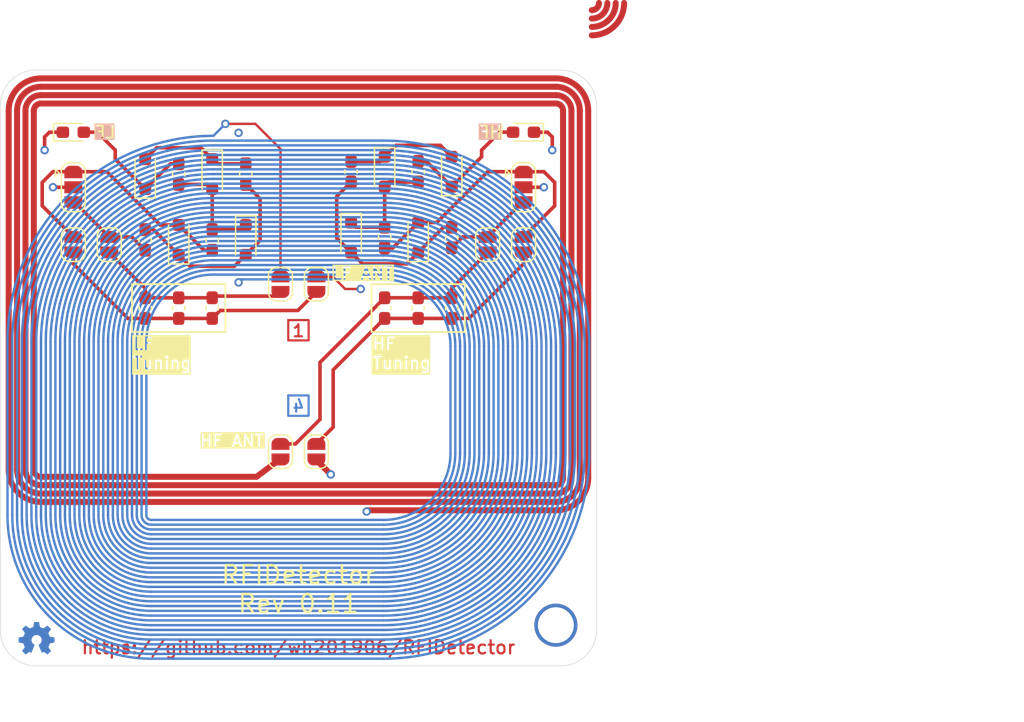
<source format=kicad_pcb>
(kicad_pcb (version 20221018) (generator pcbnew)
  (title_block (title "RFIDetector") (rev "0.11") (company "wh201906"))
  (layers (0 "F.Cu" signal) (1 "In1.Cu" signal) (2 "In2.Cu" signal) (31 "B.Cu" signal) (34 "B.Paste" user) (35 "F.Paste" user) (36 "B.SilkS" user "B.Silkscreen") (37 "F.SilkS" user "F.Silkscreen") (38 "B.Mask" user) (39 "F.Mask" user) (44 "Edge.Cuts" user))
  (net 0 "")
  (net 1 "/125k_load_+")
  (net 2 "/125k_load_-")
  (net 3 "Net-(D1-A)")
  (net 4 "Net-(D3-K)")
  (net 5 "Net-(D4-K)")
  (net 6 "/13.56M_load_+")
  (net 7 "Net-(D10-K)")
  (net 8 "/13.56M_load_-")
  (net 9 "Net-(D10-A)")
  (net 10 "Net-(JP1-B)")
  (net 11 "Net-(JP2-B)")
  (net 12 "Net-(JP5-B)")
  (net 13 "Net-(JP6-B)")
  (net 18 "Net-(D2-K)")
  (net 19 "Net-(D7-K)")
  (net 20 "Net-(D8-K)")
  (net 21 "Net-(D1-K)")
  (net 22 "Net-(D6-K)")
  (footprint "Capacitor_SMD:C_0603_1608Metric_Pad1.08x0.95mm_HandSolder" (layer "F.Cu") (at 122.7 63.5 90)
    (fp_text reference "C5" hide)
    (fp_text value "4.7n")
  )
  (footprint "LED_SMD:LED_0603_1608Metric_Pad1.05x0.95mm_HandSolder" (layer "F.Cu") (at 116.7 48.8)
    (fp_text reference "D1" hide)
    (fp_text value "LED")
  )
  (footprint "Capacitor_SMD:C_0603_1608Metric_Pad1.08x0.95mm_HandSolder" (layer "F.Cu") (at 142.7 63.5 -90)
    (fp_text reference "C14" hide)
    (fp_text value "0")
  )
  (footprint "Capacitor_SMD:C_0603_1608Metric_Pad1.08x0.95mm_HandSolder" (layer "F.Cu") (at 139.9 52.1 90)
    (fp_text reference "C10" hide)
    (fp_text value "10u")
  )
  (footprint "Jumper:SolderJumper-2_P1.3mm_Open_RoundedPad1.0x1.5mm" (layer "F.Cu") (at 134 61.5 90)
    (fp_text reference "JP3" hide)
    (fp_text value "SolderJumper_2_Open")
  )
  (footprint "Capacitor_SMD:C_0603_1608Metric_Pad1.08x0.95mm_HandSolder" (layer "F.Cu") (at 122.7 57.8 90)
    (fp_text reference "C1" hide)
    (fp_text value "47u")
  )
  (footprint "Capacitor_SMD:C_0603_1608Metric_Pad1.08x0.95mm_HandSolder" (layer "F.Cu") (at 125.5 63.5 90)
    (fp_text reference "C6" hide)
    (fp_text value "0")
  )
  (footprint "Jumper:SolderJumper-2_P1.3mm_Open_RoundedPad1.0x1.5mm" (layer "F.Cu") (at 119.7 58.2 -90)
    (fp_text reference "JP1" hide)
    (fp_text value "SolderJumper_2_Open")
  )
  (footprint "Jumper:SolderJumper-2_P1.3mm_Open_RoundedPad1.0x1.5mm" (layer "F.Cu") (at 151.3 58.2 -90)
    (fp_text reference "JP5" hide)
    (fp_text value "SolderJumper_2_Open")
  )
  (footprint "Diode_SMD:D_SOD-323_HandSoldering" (layer "F.Cu") (at 148.3 52.1 90)
    (fp_text reference "D10" hide)
    (fp_text value "1N5819WS")
  )
  (footprint "Diode_SMD:D_SOD-323_HandSoldering" (layer "F.Cu") (at 131.1 57.8 -90)
    (fp_text reference "D3" hide)
    (fp_text value "1N5819WS")
  )
  (footprint "Diode_SMD:D_SOD-323_HandSoldering" (layer "F.Cu") (at 125.5 57.8 90)
    (fp_text reference "D2" hide)
    (fp_text value "1N5819WS")
  )
  (footprint "Capacitor_SMD:C_0603_1608Metric_Pad1.08x0.95mm_HandSolder" (layer "F.Cu") (at 145.5 63.5 -90)
    (fp_text reference "C13" hide)
    (fp_text value "0")
  )
  (footprint "Capacitor_SMD:C_0603_1608Metric_Pad1.08x0.95mm_HandSolder" (layer "F.Cu") (at 128.3 57.8 90)
    (fp_text reference "C2" hide)
    (fp_text value "47u")
  )
  (footprint "Diode_SMD:D_SOD-323_HandSoldering" (layer "F.Cu") (at 139.9 57.6 -90)
    (fp_text reference "D8" hide)
    (fp_text value "1N5819WS")
  )
  (footprint "Capacitor_SMD:C_0603_1608Metric_Pad1.08x0.95mm_HandSolder" (layer "F.Cu") (at 131.1 52.3 90)
    (fp_text reference "C3" hide)
    (fp_text value "47u")
  )
  (footprint "LED_SMD:LED_0603_1608Metric_Pad1.05x0.95mm_HandSolder" (layer "F.Cu") (at 154.3 48.8 180)
    (fp_text reference "D6" hide)
    (fp_text value "LED")
  )
  (footprint "Capacitor_SMD:C_0603_1608Metric_Pad1.08x0.95mm_HandSolder" (layer "F.Cu") (at 148.3 63.5 -90)
    (fp_text reference "C12" hide)
    (fp_text value "0")
  )
  (footprint "Jumper:SolderJumper-2_P1.3mm_Open_RoundedPad1.0x1.5mm" (layer "F.Cu") (at 134 75.5 -90)
    (fp_text reference "JP7" hide)
    (fp_text value "SolderJumper_2_Open")
  )
  (footprint "Capacitor_SMD:C_0603_1608Metric_Pad1.08x0.95mm_HandSolder" (layer "F.Cu") (at 145.5 52.1 90)
    (fp_text reference "C11" hide)
    (fp_text value "10u")
  )
  (footprint "Jumper:SolderJumper-2_P1.3mm_Open_RoundedPad1.0x1.5mm" (layer "F.Cu") (at 116.7 58.2 -90)
    (fp_text reference "JP2" hide)
    (fp_text value "SolderJumper_2_Open")
  )
  (footprint "Diode_SMD:D_SOD-323_HandSoldering" (layer "F.Cu") (at 128.3 52.3 -90)
    (fp_text reference "D4" hide)
    (fp_text value "1N5819WS")
  )
  (footprint "Jumper:SolderJumper-2_P1.3mm_Open_RoundedPad1.0x1.5mm" (layer "F.Cu") (at 137 75.5 -90)
    (fp_text reference "JP8" hide)
    (fp_text value "SolderJumper_2_Open")
  )
  (footprint "Capacitor_SMD:C_0603_1608Metric_Pad1.08x0.95mm_HandSolder" (layer "F.Cu") (at 128.3 63.5 90)
    (fp_text reference "C7" hide)
    (fp_text value "0")
  )
  (footprint "Jumper:SolderJumper-3_P1.3mm_Open_RoundedPad1.0x1.5mm" (layer "F.Cu") (at 154.3 53.4 -90)
    (fp_text reference "JP11" hide)
    (fp_text value "SolderJumper_3_Open")
  )
  (footprint "Diode_SMD:D_SOD-323_HandSoldering" (layer "F.Cu") (at 122.7 52.3 90)
    (fp_text reference "D5" hide)
    (fp_text value "1N5819WS")
  )
  (footprint "Jumper:SolderJumper-2_P1.3mm_Open_RoundedPad1.0x1.5mm" (layer "F.Cu") (at 137 61.5 90)
    (fp_text reference "JP4" hide)
    (fp_text value "SolderJumper_2_Open")
  )
  (footprint "Capacitor_SMD:C_0603_1608Metric_Pad1.08x0.95mm_HandSolder" (layer "F.Cu") (at 142.7 57.6 90)
    (fp_text reference "C9" hide)
    (fp_text value "10u")
  )
  (footprint "Diode_SMD:D_SOD-323_HandSoldering" (layer "F.Cu") (at 142.7 52.1 -90)
    (fp_text reference "D9" hide)
    (fp_text value "1N5819WS")
  )
  (footprint "Jumper:SolderJumper-3_P1.3mm_Open_RoundedPad1.0x1.5mm" (layer "F.Cu") (at 116.7 53.4 -90)
    (fp_text reference "JP9" hide)
    (fp_text value "SolderJumper_3_Open")
  )
  (footprint "Capacitor_SMD:C_0603_1608Metric_Pad1.08x0.95mm_HandSolder" (layer "F.Cu") (at 125.5 52.3 90)
    (fp_text reference "C4" hide)
    (fp_text value "47u")
  )
  (footprint "Diode_SMD:D_SOD-323_HandSoldering" (layer "F.Cu") (at 145.5 57.6 90)
    (fp_text reference "D7" hide)
    (fp_text value "1N5819WS")
  )
  (footprint "Capacitor_SMD:C_0603_1608Metric_Pad1.08x0.95mm_HandSolder" (layer "F.Cu") (at 148.3 57.6 90)
    (fp_text reference "C8" hide)
    (fp_text value "10u")
  )
  (footprint "Jumper:SolderJumper-2_P1.3mm_Open_RoundedPad1.0x1.5mm" (layer "F.Cu") (at 154.3 58.2 -90)
    (fp_text reference "JP6" hide)
    (fp_text value "SolderJumper_2_Open")
  )
  (gr_line (start 137 60.9) (end 138.4 60.9) (stroke (width 0.2)) (layer "F.Cu"))
  (gr_arc (start 112 47) (mid 112.585786 45.585786) (end 114 45) (stroke (width 0.5)) (layer "F.Cu"))
  (gr_line (start 114 79.7) (end 157 79.7) (stroke (width 0.5)) (layer "F.Cu"))
  (gr_line (start 141.2 80.4) (end 157 80.4) (stroke (width 0.5)) (layer "F.Cu"))
  (gr_line (start 114 45.7) (end 157 45.7) (stroke (width 0.5)) (layer "F.Cu"))
  (gr_line (start 134 76.1) (end 132 77.6) (stroke (width 0.5)) (layer "F.Cu"))
  (gr_line (start 158.3 47) (end 158.3 77.7) (stroke (width 0.5)) (layer "F.Cu"))
  (gr_arc (start 111.3 47) (mid 112.090812 45.090812) (end 114 44.3) (stroke (width 0.5)) (layer "F.Cu"))
  (gr_line (start 138.4 60.9) (end 139.4 61.9) (stroke (width 0.2)) (layer "F.Cu"))
  (gr_line (start 159.7 47) (end 159.7 77.7) (stroke (width 0.5)) (layer "F.Cu"))
  (gr_arc (start 157 45.7) (mid 157.919239 46.080761) (end 158.3 47) (stroke (width 0.5)) (layer "F.Cu"))
  (gr_arc (start 158.3 77.7) (mid 157.919239 78.619239) (end 157 79) (stroke (width 0.5)) (layer "F.Cu"))
  (gr_line (start 157.6 47) (end 157.6 77.7) (stroke (width 0.5)) (layer "F.Cu"))
  (gr_arc (start 162 38) (mid 161.414214 39.414214) (end 160 40) (stroke (width 0.5)) (layer "F.Cu"))
  (gr_arc (start 114 79.7) (mid 112.090812 78.909188) (end 111.3 77) (stroke (width 0.5)) (layer "F.Cu"))
  (gr_line (start 114 77.6) (end 132 77.6) (stroke (width 0.5)) (layer "F.Cu"))
  (gr_arc (start 113.4 47) (mid 113.575736 46.575736) (end 114 46.4) (stroke (width 0.5)) (layer "F.Cu"))
  (gr_line (start 114 44.3) (end 157 44.3) (stroke (width 0.5)) (layer "F.Cu"))
  (gr_line (start 113.4 47) (end 113.4 77) (stroke (width 0.5)) (layer "F.Cu"))
  (gr_line (start 114 78.3) (end 157 78.3) (stroke (width 0.5)) (layer "F.Cu"))
  (gr_arc (start 157 45) (mid 158.414214 45.585786) (end 159 47) (stroke (width 0.5)) (layer "F.Cu"))
  (gr_arc (start 157.6 77.7) (mid 157.424264 78.124264) (end 157 78.3) (stroke (width 0.5)) (layer "F.Cu"))
  (gr_line (start 138.2 77.4) (end 137 76.2) (stroke (width 0.5)) (layer "F.Cu"))
  (gr_arc (start 160.6 38) (mid 160.424264 38.424264) (end 160 38.6) (stroke (width 0.5)) (layer "F.Cu"))
  (gr_arc (start 114 79) (mid 112.585786 78.414214) (end 112 77) (stroke (width 0.5)) (layer "F.Cu"))
  (gr_arc (start 114 77.6) (mid 113.575736 77.424264) (end 113.4 77) (stroke (width 0.5)) (layer "F.Cu"))
  (gr_arc (start 157 44.3) (mid 158.909188 45.090812) (end 159.7 47) (stroke (width 0.5)) (layer "F.Cu"))
  (gr_line (start 114 45) (end 157 45) (stroke (width 0.5)) (layer "F.Cu"))
  (gr_arc (start 161.3 38) (mid 160.919239 38.919239) (end 160 39.3) (stroke (width 0.5)) (layer "F.Cu"))
  (gr_arc (start 114 78.3) (mid 113.080761 77.919239) (end 112.7 77) (stroke (width 0.5)) (layer "F.Cu"))
  (gr_rect (start 134.65 64.5) (end 136.35 66.2) (stroke (width 0.18)) (fill none) (layer "F.Cu"))
  (gr_line (start 159 47) (end 159 77.7) (stroke (width 0.5)) (layer "F.Cu"))
  (gr_line (start 114 46.4) (end 157 46.4) (stroke (width 0.5)) (layer "F.Cu"))
  (gr_line (start 139.4 61.9) (end 140.7 61.9) (stroke (width 0.2)) (layer "F.Cu"))
  (gr_line (start 134 60.9) (end 134 50.2) (stroke (width 0.2)) (layer "F.Cu"))
  (gr_arc (start 159.7 77.7) (mid 158.909188 79.609188) (end 157 80.4) (stroke (width 0.5)) (layer "F.Cu"))
  (gr_line (start 131.9 48.1) (end 129.4 48.1) (stroke (width 0.2)) (layer "F.Cu"))
  (gr_arc (start 112.7 47) (mid 113.080761 46.080761) (end 114 45.7) (stroke (width 0.5)) (layer "F.Cu"))
  (gr_line (start 111.3 47) (end 111.3 77) (stroke (width 0.5)) (layer "F.Cu"))
  (gr_arc (start 159 77.7) (mid 158.414214 79.114214) (end 157 79.7) (stroke (width 0.5)) (layer "F.Cu"))
  (gr_line (start 114 79) (end 157 79) (stroke (width 0.5)) (layer "F.Cu"))
  (gr_line (start 112 47) (end 112 77) (stroke (width 0.5)) (layer "F.Cu"))
  (gr_arc (start 162.7 38) (mid 161.909188 39.909188) (end 160 40.7) (stroke (width 0.5)) (layer "F.Cu"))
  (gr_line (start 131.9 48.1) (end 134 50.2) (stroke (width 0.2)) (layer "F.Cu"))
  (gr_arc (start 157 46.4) (mid 157.424264 46.575736) (end 157.6 47) (stroke (width 0.5)) (layer "F.Cu"))
  (gr_line (start 112.7 47) (end 112.7 77) (stroke (width 0.5)) (layer "F.Cu"))
  (gr_arc (start 115.2 66.3) (mid 119.06619 56.96619) (end 128.4 53.1) (stroke (width 0.2)) (layer "B.Cu"))
  (gr_arc (start 112 66.3) (mid 116.803449 54.703449) (end 128.4 49.9) (stroke (width 0.2)) (layer "B.Cu"))
  (gr_arc (start 142.6 52.7) (mid 152.499495 56.800505) (end 156.6 66.7) (stroke (width 0.2)) (layer "B.Cu"))
  (gr_line (start 123.2 88) (end 142.6 88) (stroke (width 0.2)) (layer "B.Cu"))
  (gr_line (start 151 66.7) (end 151 75.6) (stroke (width 0.2)) (layer "B.Cu"))
  (gr_line (start 123.2 81.2) (end 142.6 81.2) (stroke (width 0.2)) (layer "B.Cu"))
  (gr_line (start 123.2 82) (end 142.6 82) (stroke (width 0.2)) (layer "B.Cu"))
  (gr_arc (start 152.6 75.6) (mid 149.671068 82.671068) (end 142.6 85.6) (stroke (width 0.2)) (layer "B.Cu"))
  (gr_arc (start 123.2 89.2) (mid 117.260303 86.739697) (end 114.8 80.8) (stroke (width 0.2)) (layer "B.Cu"))
  (gr_arc (start 142.6 50.3) (mid 154.196551 55.103449) (end 159 66.7) (stroke (width 0.2)) (layer "B.Cu"))
  (gr_line (start 116 66.3) (end 116 80.8) (stroke (width 0.2)) (layer "B.Cu"))
  (gr_arc (start 122.8 66.3) (mid 124.440202 62.340202) (end 128.4 60.7) (stroke (width 0.2)) (layer "B.Cu"))
  (gr_line (start 128.4 52.7) (end 142.6 52.7) (stroke (width 0.2)) (layer "B.Cu"))
  (gr_arc (start 122 66.3) (mid 123.874517 61.774517) (end 128.4 59.9) (stroke (width 0.2)) (layer "B.Cu"))
  (gr_arc (start 142.6 52.3) (mid 152.782338 56.517662) (end 157 66.7) (stroke (width 0.2)) (layer "B.Cu"))
  (gr_line (start 123.2 83.2) (end 142.6 83.2) (stroke (width 0.2)) (layer "B.Cu"))
  (gr_line (start 128.4 53.9) (end 142.6 53.9) (stroke (width 0.2)) (layer "B.Cu"))
  (gr_line (start 113.6 66.3) (end 113.6 80.8) (stroke (width 0.2)) (layer "B.Cu"))
  (gr_line (start 154.2 66.7) (end 154.2 75.6) (stroke (width 0.2)) (layer "B.Cu"))
  (gr_line (start 128.4 54.3) (end 142.6 54.3) (stroke (width 0.2)) (layer "B.Cu"))
  (gr_arc (start 114 66.3) (mid 118.217662 56.117662) (end 128.4 51.9) (stroke (width 0.2)) (layer "B.Cu"))
  (gr_line (start 128.4 59.1) (end 142.6 59.1) (stroke (width 0.2)) (layer "B.Cu"))
  (gr_arc (start 113.2 66.3) (mid 117.651977 55.551977) (end 128.4 51.1) (stroke (width 0.2)) (layer "B.Cu"))
  (gr_line (start 128.4 49.5) (end 142.6 49.5) (stroke (width 0.2)) (layer "B.Cu"))
  (gr_arc (start 142.6 56.3) (mid 149.953911 59.346089) (end 153 66.7) (stroke (width 0.2)) (layer "B.Cu"))
  (gr_line (start 116.8 66.3) (end 116.8 80.8) (stroke (width 0.2)) (layer "B.Cu"))
  (gr_arc (start 159.8 75.6) (mid 154.762236 87.762236) (end 142.6 92.8) (stroke (width 0.2)) (layer "B.Cu"))
  (gr_arc (start 123.2 88.4) (mid 117.825989 86.174011) (end 115.6 80.8) (stroke (width 0.2)) (layer "B.Cu"))
  (gr_line (start 128.4 54.7) (end 142.6 54.7) (stroke (width 0.2)) (layer "B.Cu"))
  (gr_arc (start 149.4 75.6) (mid 147.408326 80.408326) (end 142.6 82.4) (stroke (width 0.2)) (layer "B.Cu"))
  (gr_arc (start 123.2 88.8) (mid 117.543146 86.456854) (end 115.2 80.8) (stroke (width 0.2)) (layer "B.Cu"))
  (gr_line (start 128.4 51.5) (end 142.6 51.5) (stroke (width 0.2)) (layer "B.Cu"))
  (gr_arc (start 116.8 66.3) (mid 120.197561 58.097561) (end 128.4 54.7) (stroke (width 0.2)) (layer "B.Cu"))
  (gr_arc (start 151.8 75.6) (mid 149.105382 82.105382) (end 142.6 84.8) (stroke (width 0.2)) (layer "B.Cu"))
  (gr_line (start 123.2 88.8) (end 142.6 88.8) (stroke (width 0.2)) (layer "B.Cu"))
  (gr_line (start 128.4 56.3) (end 142.6 56.3) (stroke (width 0.2)) (layer "B.Cu"))
  (gr_line (start 116.4 66.3) (end 116.4 80.8) (stroke (width 0.2)) (layer "B.Cu"))
  (gr_arc (start 123.2 88) (mid 118.108831 85.891169) (end 116 80.8) (stroke (width 0.2)) (layer "B.Cu"))
  (gr_arc (start 142.6 57.1) (mid 149.388225 59.911775) (end 152.2 66.7) (stroke (width 0.2)) (layer "B.Cu"))
  (gr_arc (start 123.2 92.8) (mid 114.714719 89.285281) (end 111.2 80.8) (stroke (width 0.2)) (layer "B.Cu"))
  (gr_arc (start 123.2 87.6) (mid 118.391674 85.608326) (end 116.4 80.8) (stroke (width 0.2)) (layer "B.Cu"))
  (gr_line (start 128.4 55.1) (end 142.6 55.1) (stroke (width 0.2)) (layer "B.Cu"))
  (gr_line (start 115.6 66.3) (end 115.6 80.8) (stroke (width 0.2)) (layer "B.Cu"))
  (gr_line (start 156.2 66.7) (end 156.2 75.6) (stroke (width 0.2)) (layer "B.Cu"))
  (gr_line (start 128.4 58.7) (end 142.6 58.7) (stroke (width 0.2)) (layer "B.Cu"))
  (gr_line (start 123.2 85.6) (end 142.6 85.6) (stroke (width 0.2)) (layer "B.Cu"))
  (gr_arc (start 118.4 66.3) (mid 121.328932 59.228932) (end 128.4 56.3) (stroke (width 0.2)) (layer "B.Cu"))
  (gr_arc (start 123.2 86.4) (mid 119.240202 84.759798) (end 117.6 80.8) (stroke (width 0.2)) (layer "B.Cu"))
  (gr_arc (start 118 66.3) (mid 121.046089 58.946089) (end 128.4 55.9) (stroke (width 0.2)) (layer "B.Cu"))
  (gr_arc (start 119.6 66.3) (mid 122.17746 60.07746) (end 128.4 57.5) (stroke (width 0.2)) (layer "B.Cu"))
  (gr_arc (start 155.8 75.6) (mid 151.93381 84.93381) (end 142.6 88.8) (stroke (width 0.2)) (layer "B.Cu"))
  (gr_arc (start 120.8 66.3) (mid 123.025988 60.925988) (end 128.4 58.7) (stroke (width 0.2)) (layer "B.Cu"))
  (gr_arc (start 153 75.6) (mid 149.953911 82.953911) (end 142.6 86) (stroke (width 0.2)) (layer "B.Cu"))
  (gr_line (start 119.2 66.3) (end 119.2 80.8) (stroke (width 0.2)) (layer "B.Cu"))
  (gr_arc (start 123.2 90.8) (mid 116.128932 87.871068) (end 113.2 80.8) (stroke (width 0.2)) (layer "B.Cu"))
  (gr_line (start 155.8 66.7) (end 155.8 75.6) (stroke (width 0.2)) (layer "B.Cu"))
  (gr_arc (start 142.6 53.1) (mid 152.216652 57.083348) (end 156.2 66.7) (stroke (width 0.2)) (layer "B.Cu"))
  (gr_arc (start 151.4 75.6) (mid 148.82254 81.82254) (end 142.6 84.4) (stroke (width 0.2)) (layer "B.Cu"))
  (gr_line (start 123.2 84.4) (end 142.6 84.4) (stroke (width 0.2)) (layer "B.Cu"))
  (gr_line (start 128.4 51.9) (end 142.6 51.9) (stroke (width 0.2)) (layer "B.Cu"))
  (gr_arc (start 123.2 90.4) (mid 116.411775 87.588225) (end 113.6 80.8) (stroke (width 0.2)) (layer "B.Cu"))
  (gr_line (start 123.2 86.4) (end 142.6 86.4) (stroke (width 0.2)) (layer "B.Cu"))
  (gr_line (start 128.4 52.3) (end 142.6 52.3) (stroke (width 0.2)) (layer "B.Cu"))
  (gr_line (start 150.2 66.7) (end 150.2 75.6) (stroke (width 0.2)) (layer "B.Cu"))
  (gr_line (start 153 66.7) (end 153 75.6) (stroke (width 0.2)) (layer "B.Cu"))
  (gr_arc (start 123.2 84.4) (mid 120.654416 83.345584) (end 119.6 80.8) (stroke (width 0.2)) (layer "B.Cu"))
  (gr_line (start 151.8 66.7) (end 151.8 75.6) (stroke (width 0.2)) (layer "B.Cu"))
  (gr_line (start 157 66.7) (end 157 75.6) (stroke (width 0.2)) (layer "B.Cu"))
  (gr_line (start 128.4 57.5) (end 142.6 57.5) (stroke (width 0.2)) (layer "B.Cu"))
  (gr_line (start 115.2 66.3) (end 115.2 80.8) (stroke (width 0.2)) (layer "B.Cu"))
  (gr_line (start 159.4 66.7) (end 159.4 75.6) (stroke (width 0.2)) (layer "B.Cu"))
  (gr_arc (start 142.6 59.9) (mid 147.408326 61.891674) (end 149.4 66.7) (stroke (width 0.2)) (layer "B.Cu"))
  (gr_arc (start 120.4 66.3) (mid 122.743146 60.643146) (end 128.4 58.3) (stroke (width 0.2)) (layer "B.Cu"))
  (gr_arc (start 142.6 57.9) (mid 148.82254 60.47746) (end 151.4 66.7) (stroke (width 0.2)) (layer "B.Cu"))
  (gr_arc (start 123.2 81.2) (mid 122.917158 81.082842) (end 122.8 80.8) (stroke (width 0.2)) (layer "B.Cu"))
  (gr_line (start 157.8 66.7) (end 157.8 75.6) (stroke (width 0.2)) (layer "B.Cu"))
  (gr_arc (start 150.2 75.6) (mid 147.974012 80.974012) (end 142.6 83.2) (stroke (width 0.2)) (layer "B.Cu"))
  (gr_line (start 117.6 66.3) (end 117.6 80.8) (stroke (width 0.2)) (layer "B.Cu"))
  (gr_line (start 120.4 66.3) (end 120.4 80.8) (stroke (width 0.2)) (layer "B.Cu"))
  (gr_arc (start 159.4 75.6) (mid 154.479394 87.479394) (end 142.6 92.4) (stroke (width 0.2)) (layer "B.Cu"))
  (gr_arc (start 142.6 60.7) (mid 146.842641 62.457359) (end 148.6 66.7) (stroke (width 0.2)) (layer "B.Cu"))
  (gr_arc (start 157 75.6) (mid 152.782337 85.782337) (end 142.6 90) (stroke (width 0.2)) (layer "B.Cu"))
  (gr_arc (start 155.4 75.6) (mid 151.650967 84.650967) (end 142.6 88.4) (stroke (width 0.2)) (layer "B.Cu"))
  (gr_arc (start 156.2 75.6) (mid 152.216652 85.216652) (end 142.6 89.2) (stroke (width 0.2)) (layer "B.Cu"))
  (gr_line (start 123.2 84.8) (end 142.6 84.8) (stroke (width 0.2)) (layer "B.Cu"))
  (gr_arc (start 142.6 51.9) (mid 153.06518 56.23482) (end 157.4 66.7) (stroke (width 0.2)) (layer "B.Cu"))
  (gr_arc (start 114.8 66.3) (mid 118.783348 56.683348) (end 128.4 52.7) (stroke (width 0.2)) (layer "B.Cu"))
  (gr_arc (start 112.4 66.3) (mid 117.086292 54.986292) (end 128.4 50.3) (stroke (width 0.2)) (layer "B.Cu"))
  (gr_line (start 129.4 48.1) (end 128.4 49.1) (stroke (width 0.2)) (layer "B.Cu"))
  (gr_arc (start 153.4 75.6) (mid 150.236753 83.236753) (end 142.6 86.4) (stroke (width 0.2)) (layer "B.Cu"))
  (gr_line (start 128.4 60.3) (end 142.6 60.3) (stroke (width 0.2)) (layer "B.Cu"))
  (gr_line (start 123.2 88.4) (end 142.6 88.4) (stroke (width 0.2)) (layer "B.Cu"))
  (gr_line (start 120.8 66.3) (end 120.8 80.8) (stroke (width 0.2)) (layer "B.Cu"))
  (gr_arc (start 123.2 89.6) (mid 116.977461 87.022539) (end 114.4 80.8) (stroke (width 0.2)) (layer "B.Cu"))
  (gr_arc (start 123.2 92) (mid 115.280404 88.719596) (end 112 80.8) (stroke (width 0.2)) (layer "B.Cu"))
  (gr_line (start 123.2 84) (end 142.6 84) (stroke (width 0.2)) (layer "B.Cu"))
  (gr_line (start 128.4 55.9) (end 142.6 55.9) (stroke (width 0.2)) (layer "B.Cu"))
  (gr_line (start 123.2 90) (end 142.6 90) (stroke (width 0.2)) (layer "B.Cu"))
  (gr_arc (start 123.2 91.6) (mid 115.563247 88.436753) (end 112.4 80.8) (stroke (width 0.2)) (layer "B.Cu"))
  (gr_line (start 148.6 66.7) (end 148.6 75.6) (stroke (width 0.2)) (layer "B.Cu"))
  (gr_arc (start 116.4 66.3) (mid 119.914719 57.814719) (end 128.4 54.3) (stroke (width 0.2)) (layer "B.Cu"))
  (gr_line (start 128.4 56.7) (end 142.6 56.7) (stroke (width 0.2)) (layer "B.Cu"))
  (gr_line (start 118.4 66.3) (end 118.4 80.8) (stroke (width 0.2)) (layer "B.Cu"))
  (gr_line (start 123.2 89.6) (end 142.6 89.6) (stroke (width 0.2)) (layer "B.Cu"))
  (gr_line (start 122 66.3) (end 122 80.8) (stroke (width 0.2)) (layer "B.Cu"))
  (gr_line (start 113.2 66.3) (end 113.2 80.8) (stroke (width 0.2)) (layer "B.Cu"))
  (gr_arc (start 142.6 58.3) (mid 148.539697 60.760303) (end 151 66.7) (stroke (width 0.2)) (layer "B.Cu"))
  (gr_arc (start 117.6 66.3) (mid 120.763247 58.663247) (end 128.4 55.5) (stroke (width 0.2)) (layer "B.Cu"))
  (gr_line (start 118 66.3) (end 118 80.8) (stroke (width 0.2)) (layer "B.Cu"))
  (gr_arc (start 154.6 75.6) (mid 151.085281 84.085281) (end 142.6 87.6) (stroke (width 0.2)) (layer "B.Cu"))
  (gr_arc (start 119.2 66.3) (mid 121.894618 59.794618) (end 128.4 57.1) (stroke (width 0.2)) (layer "B.Cu"))
  (gr_line (start 150.6 66.7) (end 150.6 75.6) (stroke (width 0.2)) (layer "B.Cu"))
  (gr_arc (start 142.6 57.5) (mid 149.105382 60.194618) (end 151.8 66.7) (stroke (width 0.2)) (layer "B.Cu"))
  (gr_arc (start 152.2 75.6) (mid 149.388225 82.388225) (end 142.6 85.2) (stroke (width 0.2)) (layer "B.Cu"))
  (gr_arc (start 123.2 82) (mid 122.351472 81.648528) (end 122 80.8) (stroke (width 0.2)) (layer "B.Cu"))
  (gr_line (start 128.4 53.5) (end 142.6 53.5) (stroke (width 0.2)) (layer "B.Cu"))
  (gr_line (start 123.2 92.4) (end 142.6 92.4) (stroke (width 0.2)) (layer "B.Cu"))
  (gr_arc (start 123.2 86.8) (mid 118.95736 85.04264) (end 117.2 80.8) (stroke (width 0.2)) (layer "B.Cu"))
  (gr_line (start 123.2 91.6) (end 142.6 91.6) (stroke (width 0.2)) (layer "B.Cu"))
  (gr_arc (start 158.2 75.6) (mid 153.630865 86.630865) (end 142.6 91.2) (stroke (width 0.2)) (layer "B.Cu"))
  (gr_line (start 123.2 86.8) (end 142.6 86.8) (stroke (width 0.2)) (layer "B.Cu"))
  (gr_line (start 159.8 66.7) (end 159.8 75.6) (stroke (width 0.2)) (layer "B.Cu"))
  (gr_line (start 123.2 90.8) (end 142.6 90.8) (stroke (width 0.2)) (layer "B.Cu"))
  (gr_line (start 157.4 66.7) (end 157.4 75.6) (stroke (width 0.2)) (layer "B.Cu"))
  (gr_arc (start 123.2 82.4) (mid 122.068629 81.931371) (end 121.6 80.8) (stroke (width 0.2)) (layer "B.Cu"))
  (gr_arc (start 158.6 75.6) (mid 153.913708 86.913708) (end 142.6 91.6) (stroke (width 0.2)) (layer "B.Cu"))
  (gr_line (start 152.6 66.7) (end 152.6 75.6) (stroke (width 0.2)) (layer "B.Cu"))
  (gr_arc (start 157.8 75.6) (mid 153.348023 86.348023) (end 142.6 90.8) (stroke (width 0.2)) (layer "B.Cu"))
  (gr_arc (start 142.6 51.5) (mid 153.348023 55.951977) (end 157.8 66.7) (stroke (width 0.2)) (layer "B.Cu"))
  (gr_line (start 123.2 82.8) (end 142.6 82.8) (stroke (width 0.2)) (layer "B.Cu"))
  (gr_arc (start 120 66.3) (mid 122.460303 60.360303) (end 128.4 57.9) (stroke (width 0.2)) (layer "B.Cu"))
  (gr_line (start 118.8 66.3) (end 118.8 80.8) (stroke (width 0.2)) (layer "B.Cu"))
  (gr_arc (start 142.6 51.1) (mid 153.630866 55.669134) (end 158.2 66.7) (stroke (width 0.2)) (layer "B.Cu"))
  (gr_arc (start 142.6 56.7) (mid 149.671068 59.628932) (end 152.6 66.7) (stroke (width 0.2)) (layer "B.Cu"))
  (gr_line (start 155 66.7) (end 155 75.6) (stroke (width 0.2)) (layer "B.Cu"))
  (gr_arc (start 149.8 75.6) (mid 147.691169 80.691169) (end 142.6 82.8) (stroke (width 0.2)) (layer "B.Cu"))
  (gr_line (start 149 66.7) (end 149 75.6) (stroke (width 0.2)) (layer "B.Cu"))
  (gr_arc (start 123.2 90) (mid 116.694618 87.305382) (end 114 80.8) (stroke (width 0.2)) (layer "B.Cu"))
  (gr_arc (start 142.6 61.1) (mid 146.559798 62.740202) (end 148.2 66.7) (stroke (width 0.2)) (layer "B.Cu"))
  (gr_line (start 111.2 66.3) (end 111.2 80.8) (stroke (width 0.2)) (layer "B.Cu"))
  (gr_arc (start 142.6 55.9) (mid 150.236753 59.063247) (end 153.4 66.7) (stroke (width 0.2)) (layer "B.Cu"))
  (gr_arc (start 123.2 84.8) (mid 120.371573 83.628427) (end 119.2 80.8) (stroke (width 0.2)) (layer "B.Cu"))
  (gr_arc (start 148.6 75.6) (mid 146.842641 79.842641) (end 142.6 81.6) (stroke (width 0.2)) (layer "B.Cu"))
  (gr_line (start 128.4 49.9) (end 142.6 49.9) (stroke (width 0.2)) (layer "B.Cu"))
  (gr_line (start 153.4 66.7) (end 153.4 75.6) (stroke (width 0.2)) (layer "B.Cu"))
  (gr_line (start 111.6 66.3) (end 111.6 80.8) (stroke (width 0.2)) (layer "B.Cu"))
  (gr_line (start 114 66.3) (end 114 80.8) (stroke (width 0.2)) (layer "B.Cu"))
  (gr_line (start 120 66.3) (end 120 80.8) (stroke (width 0.2)) (layer "B.Cu"))
  (gr_line (start 128.4 50.3) (end 142.6 50.3) (stroke (width 0.2)) (layer "B.Cu"))
  (gr_line (start 123.2 86) (end 142.6 86) (stroke (width 0.2)) (layer "B.Cu"))
  (gr_arc (start 148.2 75.6) (mid 146.559798 79.559798) (end 142.6 81.2) (stroke (width 0.2)) (layer "B.Cu"))
  (gr_poly (pts (xy 113.821178 89.735367) (xy 113.822034 89.735431) (xy 113.822886 89.735536) (xy 113.823732 89.735681) (xy 113.824572 89.735864) (xy 113.825404 89.736086) (xy 113.826226 89.736345) (xy 113.827037 89.73664) (xy 113.827837 89.736969) (xy 113.828624 89.737332) (xy 113.829396 89.737728) (xy 113.830153 89.738156) (xy 113.830892 89.738614) (xy 113.831614 89.739102) (xy 113.832316 89.739618) (xy 113.832997 89.740162) (xy 113.833656 89.740732) (xy 113.834292 89.741327) (xy 113.834904 89.741947) (xy 113.83549 89.74259) (xy 113.836048 89.743256) (xy 113.836578 89.743942) (xy 113.837079 89.744649) (xy 113.837549 89.745375) (xy 113.837986 89.746118) (xy 113.83839 89.746879) (xy 113.83876 89.747656) (xy 113.839093 89.748447) (xy 113.839389 89.749253) (xy 113.839647 89.750071) (xy 113.839865 89.7509) (xy 113.840042 89.751741) (xy 113.911222 90.134131) (xy 113.911402 90.134979) (xy 113.91162 90.135829) (xy 113.912167 90.137532) (xy 113.912854 90.13923) (xy 113.913671 90.140912) (xy 113.914608 90.142565) (xy 113.915655 90.144181) (xy 113.916804 90.145746) (xy 113.918045 90.147251) (xy 113.919367 90.148684) (xy 113.920762 90.150034) (xy 113.922219 90.151289) (xy 113.92373 90.15244) (xy 113.925284 90.153474) (xy 113.926873 90.15438) (xy 113.927676 90.154782) (xy 113.928485 90.155148) (xy 113.929298 90.155477) (xy 113.930113 90.155766) (xy 114.186404 90.26068) (xy 114.187996 90.261381) (xy 114.189685 90.261967) (xy 114.191455 90.262438) (xy 114.193292 90.262795) (xy 114.19518 90.26304) (xy 114.197106 90.263174) (xy 114.199053 90.263198) (xy 114.201008 90.263112) (xy 114.202955 90.262918) (xy 114.20488 90.262616) (xy 114.206767 90.262208) (xy 114.208602 90.261695) (xy 114.21037 90.261078) (xy 114.212056 90.260358) (xy 114.213646 90.259535) (xy 114.215123 90.258611) (xy 114.534588 90.039383) (xy 114.535307 90.038914) (xy 114.536048 90.038482) (xy 114.536809 90.038086) (xy 114.537588 90.037726) (xy 114.538383 90.037402) (xy 114.539193 90.037114) (xy 114.540016 90.036862) (xy 114.54085 90.036646) (xy 114.541695 90.036465) (xy 114.542547 90.036319) (xy 114.544271 90.036133) (xy 114.546009 90.036086) (xy 114.547747 90.036178) (xy 114.549473 90.036406) (xy 114.551173 90.036771) (xy 114.552835 90.03727) (xy 114.553648 90.03757) (xy 114.554446 90.037903) (xy 114.555228 90.038269) (xy 114.555992 90.038667) (xy 114.556737 90.039099) (xy 114.557461 90.039563) (xy 114.558162 90.04006) (xy 114.558839 90.040589) (xy 114.55949 90.041151) (xy 114.560114 90.041744) (xy 114.829157 90.310787) (xy 114.82975 90.311411) (xy 114.830311 90.312062) (xy 114.830839 90.312739) (xy 114.831335 90.313441) (xy 114.831799 90.314165) (xy 114.832229 90.314911) (xy 114.832992 90.316458) (xy 114.833622 90.31807) (xy 114.834118 90.319734) (xy 114.83448 90.321437) (xy 114.834706 90.323165) (xy 114.834796 90.324905) (xy 114.834748 90.326644) (xy 114.834561 90.32837) (xy 114.834236 90.330069) (xy 114.833769 90.331728) (xy 114.833483 90.332539) (xy 114.833162 90.333334) (xy 114.832804 90.334113) (xy 114.832411 90.334874) (xy 114.831983 90.335615) (xy 114.831518 90.336335) (xy 114.616112 90.65029) (xy 114.615186 90.651774) (xy 114.614364 90.653366) (xy 114.613647 90.655051) (xy 114.613036 90.656815) (xy 114.612532 90.658643) (xy 114.612135 90.660522) (xy 114.611848 90.662436) (xy 114.611671 90.664371) (xy 114.611604 90.666313) (xy 114.611649 90.668246) (xy 114.611806 90.670158) (xy 114.612077 90.672033) (xy 114.612462 90.673856) (xy 114.612963 90.675614) (xy 114.613579 90.677291) (xy 114.614313 90.678874) (xy 114.727638 90.943261) (xy 114.728286 90.944885) (xy 114.729081 90.946493) (xy 114.730014 90.948078) (xy 114.731073 90.949628) (xy 114.732247 90.951134) (xy 114.733525 90.952588) (xy 114.734894 90.953978) (xy 114.736345 90.955296) (xy 114.737865 90.956532) (xy 114.739445 90.957677) (xy 114.741071 90.95872) (xy 114.742734 90.959653) (xy 114.744421 90.960466) (xy 114.746122 90.961148) (xy 114.747826 90.961691) (xy 114.749521 90.962085) (xy 115.119227 91.030836) (xy 115.120065 91.031017) (xy 115.120893 91.031238) (xy 115.12171 91.0315) (xy 115.122513 91.031799) (xy 115.123303 91.032135) (xy 115.124078 91.032507) (xy 115.124837 91.032913) (xy 115.12558 91.033352) (xy 115.12701 91.034326) (xy 115.128359 91.035416) (xy 115.12962 91.036615) (xy 115.130784 91.037912) (xy 115.131842 91.039296) (xy 115.132785 91.040758) (xy 115.133607 91.042288) (xy 115.133969 91.043075) (xy 115.134297 91.043875) (xy 115.13459 91.044688) (xy 115.134847 91.045511) (xy 115.135068 91.046343) (xy 115.13525 91.047184) (xy 115.135393 91.048032) (xy 115.135496 91.048885) (xy 115.135558 91.049743) (xy 115.135577 91.050604) (xy 115.135532 91.431105) (xy 115.13551 91.431965) (xy 115.135447 91.432821) (xy 115.135342 91.433674) (xy 115.135196 91.434521) (xy 115.135012 91.435361) (xy 115.13479 91.436194) (xy 115.13453 91.437018) (xy 115.134235 91.437831) (xy 115.133905 91.438632) (xy 115.133541 91.43942) (xy 115.133145 91.440194) (xy 115.132716 91.440952) (xy 115.132258 91.441694) (xy 115.131769 91.442417) (xy 115.131252 91.443121) (xy 115.130708 91.443803) (xy 115.130137 91.444464) (xy 115.129541 91.445102) (xy 115.128921 91.445715) (xy 115.128278 91.446301) (xy 115.127612 91.446861) (xy 115.126926 91.447392) (xy 115.126219 91.447893) (xy 115.125494 91.448364) (xy 115.124751 91.448801) (xy 115.123991 91.449206) (xy 115.123215 91.449575) (xy 115.122424 91.449908) (xy 115.12162 91.450203) (xy 115.120804 91.45046) (xy 115.119976 91.450676) (xy 115.119137 91.450851) (xy 114.758517 91.51796) (xy 114.757668 91.518134) (xy 114.756817 91.518347) (xy 114.755966 91.518599) (xy 114.755115 91.518887) (xy 114.753423 91.51957) (xy 114.75175 91.520385) (xy 114.750107 91.521323) (xy 114.748506 91.522374) (xy 114.746956 91.523527) (xy 114.74547 91.524775) (xy 114.744057 91.526105) (xy 114.742728 91.527509) (xy 114.741494 91.528976) (xy 114.740366 91.530497) (xy 114.739355 91.532061) (xy 114.738471 91.53366) (xy 114.737725 91.535282) (xy 114.737408 91.536099) (xy 114.737129 91.536919) (xy 114.624546 91.818151) (xy 114.62385 91.819751) (xy 114.623269 91.821445) (xy 114.622803 91.823219) (xy 114.622451 91.825058) (xy 114.622211 91.826947) (xy 114.622082 91.828873) (xy 114.622063 91.830819) (xy 114.622154 91.832772) (xy 114.622352 91.834717) (xy 114.622657 91.836639) (xy 114.623067 91.838523) (xy 114.623581 91.840356) (xy 114.624199 91.842121) (xy 114.624919 91.843805) (xy 114.62574 91.845393) (xy 114.62666 91.84687) (xy 114.831517 92.145375) (xy 114.831986 92.146094) (xy 114.832418 92.146836) (xy 114.832814 92.147597) (xy 114.833174 92.148376) (xy 114.833498 92.149172) (xy 114.833786 92.149983) (xy 114.834038 92.150808) (xy 114.834254 92.151644) (xy 114.834435 92.15249) (xy 114.834581 92.153345) (xy 114.834767 92.155072) (xy 114.834814 92.156814) (xy 114.834722 92.158556) (xy 114.834494 92.160286) (xy 114.834129 92.161991) (xy 114.83363 92.163656) (xy 114.83333 92.164471) (xy 114.832998 92.16527) (xy 114.832632 92.166054) (xy 114.832233 92.166819) (xy 114.831801 92.167565) (xy 114.831337 92.16829) (xy 114.83084 92.168992) (xy 114.830311 92.16967) (xy 114.82975 92.170321) (xy 114.829156 92.170945) (xy 114.560068 92.439988) (xy 114.559449 92.440577) (xy 114.558801 92.441135) (xy 114.558127 92.44166) (xy 114.557428 92.442154) (xy 114.556706 92.442615) (xy 114.555963 92.443044) (xy 114.554419 92.443804) (xy 114.55281 92.444433) (xy 114.551148 92.44493) (xy 114.549446 92.445292) (xy 114.547719 92.44552) (xy 114.545978 92.445613) (xy 114.544238 92.445567) (xy 114.542511 92.445384) (xy 114.540811 92.445061) (xy 114.539151 92.444597) (xy 114.53834 92.444312) (xy 114.537544 92.443991) (xy 114.536765 92.443635) (xy 114.536004 92.443243) (xy 114.535262 92.442814) (xy 114.534543 92.442349) (xy 114.241301 92.24109) (xy 114.239827 92.240173) (xy 114.238248 92.239368) (xy 114.236579 92.238677) (xy 114.234834 92.238099) (xy 114.233027 92.237635) (xy 114.231173 92.237286) (xy 114.229286 92.23705) (xy 114.22738 92.23693) (xy 114.22547 92.236924) (xy 114.22357 92.237033) (xy 114.221695 92.237258) (xy 114.219858 92.237599) (xy 114.218075 92.238055) (xy 114.21636 92.238628) (xy 114.214726 92.239317) (xy 114.213189 92.240123) (xy 114.083874 92.309166) (xy 114.083101 92.309534) (xy 114.082321 92.309857) (xy 114.081536 92.310136) (xy 114.080748 92.310372) (xy 114.079957 92.310565) (xy 114.079165 92.310715) (xy 114.078373 92.310824) (xy 114.077583 92.310891) (xy 114.076796 92.310917) (xy 114.076014 92.310902) (xy 114.075237 92.310848) (xy 114.074467 92.310754) (xy 114.073706 92.310621) (xy 114.072954 92.310449) (xy 114.072213 92.31024) (xy 114.071485 92.309993) (xy 114.07077 92.309709) (xy 114.070071 92.309388) (xy 114.069388 92.309031) (xy 114.068723 92.308639) (xy 114.068077 92.308212) (xy 114.067452 92.30775) (xy 114.066848 92.307254) (xy 114.066268 92.306725) (xy 114.065712 92.306162) (xy 114.065182 92.305567) (xy 114.064679 92.30494) (xy 114.064205 92.304281) (xy 114.063761 92.303591) (xy 114.063348 92.302871) (xy 114.062968 92.30212) (xy 114.062621 92.30134) (xy 113.796007 91.657058) (xy 113.795699 91.656257) (xy 113.795431 91.655443) (xy 113.795204 91.654619) (xy 113.795017 91.653786) (xy 113.794869 91.652945) (xy 113.79476 91.652098) (xy 113.794689 91.651246) (xy 113.794656 91.650392) (xy 113.79466 91.649536) (xy 113.7947 91.64868) (xy 113.794777 91.647825) (xy 113.79489 91.646974) (xy 113.795038 91.646128) (xy 113.79522 91.645288) (xy 113.795437 91.644455) (xy 113.795687 91.643632) (xy 113.79597 91.64282) (xy 113.796285 91.64202) (xy 113.796633 91.641233) (xy 113.797013 91.640463) (xy 113.797423 91.639709) (xy 113.797864 91.638973) (xy 113.798334 91.638258) (xy 113.798834 91.637564) (xy 113.799364 91.636893) (xy 113.799921 91.636247) (xy 113.800506 91.635627) (xy 113.801119 91.635034) (xy 113.801759 91.634471) (xy 113.802425 91.633939) (xy 113.803116 91.633438) (xy 113.803833 91.632972) (xy 113.836196 91.613159) (xy 113.838525 91.611675) (xy 113.841012 91.609982) (xy 113.84361 91.608116) (xy 113.846271 91.606114) (xy 113.84895 91.604013) (xy 113.851598 91.601849) (xy 113.854169 91.599661) (xy 113.856617 91.597483) (xy 113.87804 91.58282) (xy 113.898486 91.566898) (xy 113.917898 91.549775) (xy 113.936221 91.531505) (xy 113.953398 91.512143) (xy 113.969375 91.491747) (xy 113.984095 91.47037) (xy 113.997503 91.448068) (xy 114.009542 91.424898) (xy 114.020157 91.400913) (xy 114.029292 91.37617) (xy 114.036891 91.350725) (xy 114.042899 91.324632) (xy 114.047259 91.297948) (xy 114.049916 91.270727) (xy 114.050814 91.243025) (xy 114.050267 91.22137) (xy 114.048642 91.2) (xy 114.045966 91.17894) (xy 114.042265 91.158217) (xy 114.037567 91.137859) (xy 114.031896 91.11789) (xy 114.025281 91.098337) (xy 114.017746 91.079228) (xy 114.00932 91.060588) (xy 114.000027 91.042444) (xy 113.989895 91.024822) (xy 113.97895 91.007748) (xy 113.967218 90.99125) (xy 113.954727 90.975354) (xy 113.941501 90.960085) (xy 113.927568 90.945471) (xy 113.912955 90.931538) (xy 113.897687 90.918312) (xy 113.881791 90.90582) (xy 113.865294 90.894088) (xy 113.848221 90.883143) (xy 113.8306 90.87301) (xy 113.812457 90.863718) (xy 113.793818 90.855291) (xy 113.77471 90.847756) (xy 113.755159 90.841141) (xy 113.735192 90.83547) (xy 113.714834 90.830772) (xy 113.694113 90.827071) (xy 113.673055 90.824395) (xy 113.651687 90.82277) (xy 113.630034 90.822223) (xy 113.608381 90.82277) (xy 113.587012 90.824395) (xy 113.565954 90.827071) (xy 113.545233 90.830772) (xy 113.524875 90.83547) (xy 113.504907 90.841141) (xy 113.485355 90.847756) (xy 113.466246 90.855291) (xy 113.447607 90.863718) (xy 113.429463 90.87301) (xy 113.411841 90.883143) (xy 113.394767 90.894088) (xy 113.378269 90.90582) (xy 113.362372 90.918312) (xy 113.347103 90.931538) (xy 113.332488 90.945471) (xy 113.318555 90.960085) (xy 113.305328 90.975354) (xy 113.292835 90.99125) (xy 113.281103 91.007748) (xy 113.270157 91.024822) (xy 113.260024 91.042444) (xy 113.25073 91.060588) (xy 113.242303 91.079228) (xy 113.234768 91.098337) (xy 113.228152 91.11789) (xy 113.222481 91.137859) (xy 113.217781 91.158217) (xy 113.214081 91.17894) (xy 113.211404 91.2) (xy 113.209779 91.22137) (xy 113.209232 91.243025) (xy 113.209457 91.256933) (xy 113.21013 91.270727) (xy 113.211242 91.284401) (xy 113.212788 91.297948) (xy 113.214759 91.311361) (xy 113.217149 91.324632) (xy 113.219951 91.337756) (xy 113.223158 91.350725) (xy 113.226763 91.363532) (xy 113.230758 91.37617) (xy 113.235138 91.388633) (xy 113.239895 91.400913) (xy 113.245022 91.413004) (xy 113.250511 91.424898) (xy 113.262551 91.448068) (xy 113.27596 91.47037) (xy 113.29068 91.491747) (xy 113.306657 91.512144) (xy 113.323835 91.531505) (xy 113.342156 91.549775) (xy 113.361567 91.566898) (xy 113.382009 91.58282) (xy 113.403429 91.597483) (xy 113.40589 91.599661) (xy 113.408471 91.601849) (xy 113.411124 91.604013) (xy 113.413805 91.606114) (xy 113.416469 91.608116) (xy 113.419068 91.609982) (xy 113.421559 91.611675) (xy 113.423895 91.613159) (xy 113.456257 91.632972) (xy 113.456978 91.633438) (xy 113.457674 91.633939) (xy 113.458343 91.634471) (xy 113.458985 91.635034) (xy 113.459601 91.635627) (xy 113.460188 91.636247) (xy 113.461278 91.637564) (xy 113.462252 91.638973) (xy 113.463104 91.640463) (xy 113.463831 91.64202) (xy 113.464429 91.643632) (xy 113.464895 91.645288) (xy 113.465223 91.646974) (xy 113.465409 91.64868) (xy 113.465451 91.650392) (xy 113.465343 91.652098) (xy 113.465232 91.652945) (xy 113.465082 91.653786) (xy 113.464893 91.654619) (xy 113.464664 91.655443) (xy 113.464394 91.656257) (xy 113.464084 91.657058) (xy 113.197447 92.301318) (xy 113.197101 92.302098) (xy 113.19672 92.302849) (xy 113.196307 92.303569) (xy 113.195863 92.30426) (xy 113.195388 92.304919) (xy 113.194885 92.305547) (xy 113.194354 92.306142) (xy 113.193798 92.306706) (xy 113.193217 92.307236) (xy 113.192612 92.307732) (xy 113.191986 92.308195) (xy 113.19134 92.308623) (xy 113.190674 92.309016) (xy 113.18999 92.309373) (xy 113.18929 92.309694) (xy 113.188575 92.309979) (xy 113.187846 92.310226) (xy 113.187105 92.310436) (xy 113.186353 92.310608) (xy 113.185591 92.310741) (xy 113.184821 92.310836) (xy 113.184045 92.31089) (xy 113.183262 92.310904) (xy 113.182475 92.310878) (xy 113.181686 92.310811) (xy 113.180895 92.310702) (xy 113.180104 92.31055) (xy 113.179314 92.310356) (xy 113.178527 92.310119) (xy 113.177744 92.309839) (xy 113.176966 92.309514) (xy 113.176195 92.309144) (xy 113.04688 92.240101) (xy 113.045346 92.239295) (xy 113.043715 92.238607) (xy 113.042001 92.238035) (xy 113.040219 92.23758) (xy 113.038384 92.23724) (xy 113.036508 92.237017) (xy 113.034608 92.236909) (xy 113.032697 92.236916) (xy 113.03079 92.237037) (xy 113.028902 92.237273) (xy 113.027046 92.237623) (xy 113.025238 92.238086) (xy 113.023491 92.238663) (xy 113.021821 92.239352) (xy 113.020242 92.240154) (xy 113.018768 92.241068) (xy 112.725548 92.442327) (xy 112.724827 92.442792) (xy 112.724084 92.44322) (xy 112.723321 92.443613) (xy 112.72254 92.443969) (xy 112.721743 92.44429) (xy 112.720931 92.444575) (xy 112.720106 92.444824) (xy 112.71927 92.445039) (xy 112.718424 92.445218) (xy 112.717569 92.445362) (xy 112.715842 92.445545) (xy 112.714102 92.44559) (xy 112.712361 92.445498) (xy 112.710633 92.44527) (xy 112.708932 92.444907) (xy 112.707269 92.444411) (xy 112.706457 92.444113) (xy 112.705659 92.443782) (xy 112.704877 92.443418) (xy 112.704114 92.443022) (xy 112.703369 92.442593) (xy 112.702647 92.442132) (xy 112.701947 92.441638) (xy 112.701271 92.441112) (xy 112.700622 92.440555) (xy 112.7 92.439966) (xy 112.430912 92.170923) (xy 112.430321 92.170299) (xy 112.429762 92.169648) (xy 112.429234 92.16897) (xy 112.428739 92.168268) (xy 112.428276 92.167543) (xy 112.427846 92.166797) (xy 112.427083 92.165248) (xy 112.426453 92.163634) (xy 112.425955 92.161968) (xy 112.425591 92.160264) (xy 112.425363 92.158534) (xy 112.425271 92.156792) (xy 112.425317 92.15505) (xy 112.425502 92.153322) (xy 112.425827 92.151622) (xy 112.426293 92.149961) (xy 112.426579 92.14915) (xy 112.426902 92.148354) (xy 112.42726 92.147574) (xy 112.427654 92.146813) (xy 112.428084 92.146072) (xy 112.428551 92.145352) (xy 112.633386 91.846848) (xy 112.634314 91.845371) (xy 112.635141 91.843783) (xy 112.635866 91.842099) (xy 112.636487 91.840333) (xy 112.637004 91.838501) (xy 112.637416 91.836616) (xy 112.637722 91.834695) (xy 112.63792 91.83275) (xy 112.638011 91.830797) (xy 112.637991 91.82885) (xy 112.637862 91.826925) (xy 112.637621 91.825035) (xy 112.637267 91.823196) (xy 112.6368 91.821423) (xy 112.636219 91.819728) (xy 112.635522 91.818129) (xy 112.52294 91.536896) (xy 112.522662 91.536077) (xy 112.522346 91.53526) (xy 112.521602 91.533637) (xy 112.520718 91.532039) (xy 112.519705 91.530474) (xy 112.518575 91.528953) (xy 112.517338 91.527486) (xy 112.516005 91.526082) (xy 112.514588 91.524752) (xy 112.513097 91.523505) (xy 112.511544 91.522351) (xy 112.509939 91.5213) (xy 112.508294 91.520362) (xy 112.506619 91.519547) (xy 112.504926 91.518865) (xy 112.503226 91.518325) (xy 112.502377 91.518112) (xy 112.50153 91.517938) (xy 112.140909 91.450829) (xy 112.140069 91.450654) (xy 112.139239 91.450437) (xy 112.138421 91.450181) (xy 112.137615 91.449885) (xy 112.136824 91.449552) (xy 112.136047 91.449183) (xy 112.135287 91.448779) (xy 112.134543 91.448341) (xy 112.133817 91.447871) (xy 112.13311 91.44737) (xy 112.131759 91.446279) (xy 112.130495 91.445079) (xy 112.12933 91.443781) (xy 112.12827 91.442395) (xy 112.127324 91.44093) (xy 112.1265 91.439398) (xy 112.125808 91.437808) (xy 112.125513 91.436995) (xy 112.125254 91.436172) (xy 112.125033 91.435339) (xy 112.124849 91.434499) (xy 112.124704 91.433651) (xy 112.124599 91.432799) (xy 112.124536 91.431942) (xy 112.124514 91.431083) (xy 112.124492 91.050582) (xy 112.124513 91.049723) (xy 112.124577 91.048867) (xy 112.124681 91.048015) (xy 112.124825 91.047169) (xy 112.125009 91.04633) (xy 112.12523 91.045499) (xy 112.125488 91.044677) (xy 112.125782 91.043866) (xy 112.126111 91.043066) (xy 112.126473 91.04228) (xy 112.126868 91.041509) (xy 112.127295 91.040752) (xy 112.127753 91.040013) (xy 112.12824 91.039292) (xy 112.128756 91.03859) (xy 112.129299 91.037909) (xy 112.129869 91.03725) (xy 112.130464 91.036613) (xy 112.131083 91.036002) (xy 112.131726 91.035415) (xy 112.132391 91.034856) (xy 112.133078 91.034325) (xy 112.133785 91.033823) (xy 112.134511 91.033352) (xy 112.135255 91.032913) (xy 112.136016 91.032507) (xy 112.136794 91.032135) (xy 112.137586 91.031799) (xy 112.138393 91.0315) (xy 112.139213 91.031238) (xy 112.140044 91.031017) (xy 112.140887 91.030836) (xy 112.51057 90.962085) (xy 112.51142 90.961907) (xy 112.512273 90.961691) (xy 112.513983 90.961148) (xy 112.515689 90.960466) (xy 112.51738 90.959653) (xy 112.519045 90.95872) (xy 112.520673 90.957677) (xy 112.522252 90.956532) (xy 112.523772 90.955296) (xy 112.525221 90.953978) (xy 112.526588 90.952588) (xy 112.527863 90.951134) (xy 112.529034 90.949628) (xy 112.530089 90.948078) (xy 112.531018 90.946493) (xy 112.53181 90.944885) (xy 112.53215 90.944074) (xy 112.532453 90.943261) (xy 112.6458 90.678874) (xy 112.64653 90.677291) (xy 112.647144 90.675614) (xy 112.647641 90.673856) (xy 112.648024 90.672033) (xy 112.648294 90.670158) (xy 112.64845 90.668246) (xy 112.648495 90.666313) (xy 112.648429 90.664371) (xy 112.648253 90.662436) (xy 112.647968 90.660522) (xy 112.647575 90.658643) (xy 112.647075 90.656815) (xy 112.646469 90.655051) (xy 112.645758 90.653366) (xy 112.644942 90.651774) (xy 112.644024 90.65029) (xy 112.428596 90.336335) (xy 112.428127 90.335615) (xy 112.427695 90.334874) (xy 112.427299 90.334113) (xy 112.42694 90.333334) (xy 112.426617 90.332539) (xy 112.42633 90.331728) (xy 112.426078 90.330905) (xy 112.425862 90.330069) (xy 112.425682 90.329224) (xy 112.425537 90.32837) (xy 112.425352 90.326644) (xy 112.425307 90.324905) (xy 112.4254 90.323165) (xy 112.425629 90.321437) (xy 112.425994 90.319734) (xy 112.426493 90.31807) (xy 112.426793 90.317257) (xy 112.427125 90.316458) (xy 112.427491 90.315675) (xy 112.427889 90.314911) (xy 112.42832 90.314165) (xy 112.428783 90.313441) (xy 112.429279 90.312739) (xy 112.429806 90.312062) (xy 112.430366 90.311411) (xy 112.430957 90.310787) (xy 112.700023 90.041744) (xy 112.700644 90.041151) (xy 112.701294 90.040589) (xy 112.701969 90.04006) (xy 112.702669 90.039563) (xy 112.703392 90.039099) (xy 112.704136 90.038667) (xy 112.705681 90.037903) (xy 112.707292 90.03727) (xy 112.708954 90.036771) (xy 112.710656 90.036407) (xy 112.712384 90.036178) (xy 112.714124 90.036086) (xy 112.715865 90.036133) (xy 112.717592 90.036319) (xy 112.719293 90.036646) (xy 112.720954 90.037115) (xy 112.721766 90.037402) (xy 112.722563 90.037726) (xy 112.723344 90.038086) (xy 112.724106 90.038482) (xy 112.724849 90.038914) (xy 112.725571 90.039383) (xy 113.045013 90.258611) (xy 113.046487 90.259535) (xy 113.048072 90.260358) (xy 113.049756 90.261078) (xy 113.051521 90.261695) (xy 113.053354 90.262208) (xy 113.05524 90.262616) (xy 113.057164 90.262918) (xy 113.059111 90.263112) (xy 113.061066 90.263198) (xy 113.063014 90.263174) (xy 113.064941 90.26304) (xy 113.066832 90.262795) (xy 113.068671 90.262438) (xy 113.070444 90.261967) (xy 113.072136 90.261381) (xy 113.073732 90.26068) (xy 113.330046 90.155766) (xy 113.331677 90.155148) (xy 113.333293 90.15438) (xy 113.334883 90.153474) (xy 113.336439 90.15244) (xy 113.33795 90.151289) (xy 113.339407 90.150034) (xy 113.340801 90.148684) (xy 113.342123 90.147251) (xy 113.343362 90.145746) (xy 113.344509 90.144181) (xy 113.345556 90.142565) (xy 113.346491 90.140912) (xy 113.347307 90.13923) (xy 113.347993 90.137532) (xy 113.348539 90.135829) (xy 113.348937 90.134131) (xy 113.420094 89.751741) (xy 113.420271 89.7509) (xy 113.420489 89.750071) (xy 113.420747 89.749253) (xy 113.421043 89.748447) (xy 113.421377 89.747656) (xy 113.421746 89.746879) (xy 113.42215 89.746118) (xy 113.422587 89.745375) (xy 113.423057 89.744649) (xy 113.423557 89.743942) (xy 113.424646 89.74259) (xy 113.425842 89.741327) (xy 113.427136 89.740162) (xy 113.428518 89.739102) (xy 113.429978 89.738156) (xy 113.431505 89.737332) (xy 113.432291 89.736969) (xy 113.433089 89.73664) (xy 113.4339 89.736345) (xy 113.434721 89.736086) (xy 113.435551 89.735864) (xy 113.436389 89.735681) (xy 113.437233 89.735536) (xy 113.438084 89.735431) (xy 113.438938 89.735367) (xy 113.439795 89.735346) (xy 113.820319 89.735346)) (fill solid) (layer "B.Cu"))
  (gr_line (start 114.8 66.3) (end 114.8 80.8) (stroke (width 0.2)) (layer "B.Cu"))
  (gr_arc (start 142.6 60.3) (mid 147.125483 62.174517) (end 149 66.7) (stroke (width 0.2)) (layer "B.Cu"))
  (gr_arc (start 142.6 49.9) (mid 154.479394 54.820606) (end 159.4 66.7) (stroke (width 0.2)) (layer "B.Cu"))
  (gr_arc (start 112.8 66.3) (mid 117.369134 55.269134) (end 128.4 50.7) (stroke (width 0.2)) (layer "B.Cu"))
  (gr_line (start 123.2 83.6) (end 142.6 83.6) (stroke (width 0.2)) (layer "B.Cu"))
  (gr_arc (start 123.2 91.2) (mid 115.84609 88.15391) (end 112.8 80.8) (stroke (width 0.2)) (layer "B.Cu"))
  (gr_arc (start 142.6 53.9) (mid 151.650967 57.649033) (end 155.4 66.7) (stroke (width 0.2)) (layer "B.Cu"))
  (gr_arc (start 159 75.6) (mid 154.196551 87.196551) (end 142.6 92) (stroke (width 0.2)) (layer "B.Cu"))
  (gr_arc (start 157.4 75.6) (mid 153.06518 86.06518) (end 142.6 90.4) (stroke (width 0.2)) (layer "B.Cu"))
  (gr_line (start 122.4 66.3) (end 122.4 80.8) (stroke (width 0.2)) (layer "B.Cu"))
  (gr_line (start 128.4 59.9) (end 142.6 59.9) (stroke (width 0.2)) (layer "B.Cu"))
  (gr_arc (start 123.2 81.6) (mid 122.634315 81.365685) (end 122.4 80.8) (stroke (width 0.2)) (layer "B.Cu"))
  (gr_arc (start 142.6 53.5) (mid 151.93381 57.36619) (end 155.8 66.7) (stroke (width 0.2)) (layer "B.Cu"))
  (gr_arc (start 113.6 66.3) (mid 117.93482 55.83482) (end 128.4 51.5) (stroke (width 0.2)) (layer "B.Cu"))
  (gr_line (start 159 66.7) (end 159 75.6) (stroke (width 0.2)) (layer "B.Cu"))
  (gr_line (start 128.4 60.7) (end 142.6 60.7) (stroke (width 0.2)) (layer "B.Cu"))
  (gr_line (start 151.4 66.7) (end 151.4 75.6) (stroke (width 0.2)) (layer "B.Cu"))
  (gr_line (start 119.6 66.3) (end 119.6 80.8) (stroke (width 0.2)) (layer "B.Cu"))
  (gr_line (start 130.5 61.1) (end 142.6 61.1) (stroke (width 0.2)) (layer "B.Cu"))
  (gr_arc (start 123.2 87.2) (mid 118.674517 85.325483) (end 116.8 80.8) (stroke (width 0.2)) (layer "B.Cu"))
  (gr_line (start 128.4 55.5) (end 142.6 55.5) (stroke (width 0.2)) (layer "B.Cu"))
  (gr_arc (start 142.6 50.7) (mid 153.913708 55.386292) (end 158.6 66.7) (stroke (width 0.2)) (layer "B.Cu"))
  (gr_arc (start 121.2 66.3) (mid 123.308831 61.208831) (end 128.4 59.1) (stroke (width 0.2)) (layer "B.Cu"))
  (gr_arc (start 116 66.3) (mid 119.631876 57.531876) (end 128.4 53.9) (stroke (width 0.2)) (layer "B.Cu"))
  (gr_line (start 128.4 53.1) (end 142.6 53.1) (stroke (width 0.2)) (layer "B.Cu"))
  (gr_arc (start 142.6 54.3) (mid 151.368124 57.931876) (end 155 66.7) (stroke (width 0.2)) (layer "B.Cu"))
  (gr_arc (start 123.2 82.8) (mid 121.785787 82.214213) (end 121.2 80.8) (stroke (width 0.2)) (layer "B.Cu"))
  (gr_arc (start 142.6 55.1) (mid 150.802439 58.497561) (end 154.2 66.7) (stroke (width 0.2)) (layer "B.Cu"))
  (gr_line (start 128.4 57.1) (end 142.6 57.1) (stroke (width 0.2)) (layer "B.Cu"))
  (gr_arc (start 142.6 54.7) (mid 151.085281 58.214719) (end 154.6 66.7) (stroke (width 0.2)) (layer "B.Cu"))
  (gr_line (start 156.6 66.7) (end 156.6 75.6) (stroke (width 0.2)) (layer "B.Cu"))
  (gr_line (start 158.2 66.7) (end 158.2 75.6) (stroke (width 0.2)) (layer "B.Cu"))
  (gr_arc (start 123.2 86) (mid 119.523045 84.476955) (end 118 80.8) (stroke (width 0.2)) (layer "B.Cu"))
  (gr_line (start 122.8 66.3) (end 122.8 80.8) (stroke (width 0.2)) (layer "B.Cu"))
  (gr_arc (start 123.2 85.6) (mid 119.805888 84.194112) (end 118.4 80.8) (stroke (width 0.2)) (layer "B.Cu"))
  (gr_line (start 121.6 66.3) (end 121.6 80.8) (stroke (width 0.2)) (layer "B.Cu"))
  (gr_arc (start 142.6 49.5) (mid 154.762237 54.537763) (end 159.8 66.7) (stroke (width 0.2)) (layer "B.Cu"))
  (gr_line (start 123.2 81.6) (end 142.6 81.6) (stroke (width 0.2)) (layer "B.Cu"))
  (gr_arc (start 149 75.6) (mid 147.125483 80.125483) (end 142.6 82) (stroke (width 0.2)) (layer "B.Cu"))
  (gr_line (start 123.2 89.2) (end 142.6 89.2) (stroke (width 0.2)) (layer "B.Cu"))
  (gr_arc (start 114.4 66.3) (mid 118.500505 56.400505) (end 128.4 52.3) (stroke (width 0.2)) (layer "B.Cu"))
  (gr_line (start 128.4 58.3) (end 142.6 58.3) (stroke (width 0.2)) (layer "B.Cu"))
  (gr_line (start 148.2 66.7) (end 148.2 75.6) (stroke (width 0.2)) (layer "B.Cu"))
  (gr_rect (start 134.65 70.8) (end 136.35 72.5) (stroke (width 0.18)) (fill none) (layer "B.Cu"))
  (gr_line (start 128.4 51.1) (end 142.6 51.1) (stroke (width 0.2)) (layer "B.Cu"))
  (gr_line (start 123.2 92.8) (end 142.6 92.8) (stroke (width 0.2)) (layer "B.Cu"))
  (gr_line (start 149.4 66.7) (end 149.4 75.6) (stroke (width 0.2)) (layer "B.Cu"))
  (gr_arc (start 111.6 66.3) (mid 116.520606 54.420606) (end 128.4 49.5) (stroke (width 0.2)) (layer "B.Cu"))
  (gr_line (start 152.2 66.7) (end 152.2 75.6) (stroke (width 0.2)) (layer "B.Cu"))
  (gr_arc (start 151 75.6) (mid 148.539697 81.539697) (end 142.6 84) (stroke (width 0.2)) (layer "B.Cu"))
  (gr_arc (start 123.2 84) (mid 120.937259 83.062741) (end 120 80.8) (stroke (width 0.2)) (layer "B.Cu"))
  (gr_arc (start 142.6 58.7) (mid 148.256854 61.043146) (end 150.6 66.7) (stroke (width 0.2)) (layer "B.Cu"))
  (gr_line (start 158.6 66.7) (end 158.6 75.6) (stroke (width 0.2)) (layer "B.Cu"))
  (gr_arc (start 153.8 75.6) (mid 150.519596 83.519596) (end 142.6 86.8) (stroke (width 0.2)) (layer "B.Cu"))
  (gr_line (start 123.2 87.6) (end 142.6 87.6) (stroke (width 0.2)) (layer "B.Cu"))
  (gr_arc (start 117.2 66.3) (mid 120.480404 58.380404) (end 128.4 55.1) (stroke (width 0.2)) (layer "B.Cu"))
  (gr_arc (start 111.2 66.3) (mid 116.237763 54.137763) (end 128.4 49.1) (stroke (width 0.2)) (layer "B.Cu"))
  (gr_line (start 112.4 66.3) (end 112.4 80.8) (stroke (width 0.2)) (layer "B.Cu"))
  (gr_arc (start 115.6 66.3) (mid 119.349033 57.249033) (end 128.4 53.5) (stroke (width 0.2)) (layer "B.Cu"))
  (gr_arc (start 123.2 85.2) (mid 120.08873 83.91127) (end 118.8 80.8) (stroke (width 0.2)) (layer "B.Cu"))
  (gr_line (start 123.2 87.2) (end 142.6 87.2) (stroke (width 0.2)) (layer "B.Cu"))
  (gr_arc (start 142.6 59.5) (mid 147.691169 61.608831) (end 149.8 66.7) (stroke (width 0.2)) (layer "B.Cu"))
  (gr_line (start 112 66.3) (end 112 80.8) (stroke (width 0.2)) (layer "B.Cu"))
  (gr_line (start 149.8 66.7) (end 149.8 75.6) (stroke (width 0.2)) (layer "B.Cu"))
  (gr_line (start 154.6 66.7) (end 154.6 75.6) (stroke (width 0.2)) (layer "B.Cu"))
  (gr_line (start 128.4 57.9) (end 142.6 57.9) (stroke (width 0.2)) (layer "B.Cu"))
  (gr_line (start 155.4 66.7) (end 155.4 75.6) (stroke (width 0.2)) (layer "B.Cu"))
  (gr_line (start 121.2 66.3) (end 121.2 80.8) (stroke (width 0.2)) (layer "B.Cu"))
  (gr_line (start 123.2 90.4) (end 142.6 90.4) (stroke (width 0.2)) (layer "B.Cu"))
  (gr_arc (start 121.6 66.3) (mid 123.591674 61.491674) (end 128.4 59.5) (stroke (width 0.2)) (layer "B.Cu"))
  (gr_line (start 128.4 50.7) (end 142.6 50.7) (stroke (width 0.2)) (layer "B.Cu"))
  (gr_line (start 123.2 85.2) (end 142.6 85.2) (stroke (width 0.2)) (layer "B.Cu"))
  (gr_arc (start 122.4 66.3) (mid 124.157359 62.057359) (end 128.4 60.3) (stroke (width 0.2)) (layer "B.Cu"))
  (gr_arc (start 154.2 75.6) (mid 150.802438 83.802438) (end 142.6 87.2) (stroke (width 0.2)) (layer "B.Cu"))
  (gr_arc (start 118.8 66.3) (mid 121.611775 59.511775) (end 128.4 56.7) (stroke (width 0.2)) (layer "B.Cu"))
  (gr_line (start 128.4 59.5) (end 142.6 59.5) (stroke (width 0.2)) (layer "B.Cu"))
  (gr_arc (start 123.2 83.2) (mid 121.502944 82.497056) (end 120.8 80.8) (stroke (width 0.2)) (layer "B.Cu"))
  (gr_line (start 114.4 66.3) (end 114.4 80.8) (stroke (width 0.2)) (layer "B.Cu"))
  (gr_arc (start 123.2 83.6) (mid 121.220101 82.779899) (end 120.4 80.8) (stroke (width 0.2)) (layer "B.Cu"))
  (gr_line (start 117.2 66.3) (end 117.2 80.8) (stroke (width 0.2)) (layer "B.Cu"))
  (gr_line (start 112.8 66.3) (end 112.8 80.8) (stroke (width 0.2)) (layer "B.Cu"))
  (gr_arc (start 156.6 75.6) (mid 152.499495 85.499495) (end 142.6 89.6) (stroke (width 0.2)) (layer "B.Cu"))
  (gr_line (start 153.8 66.7) (end 153.8 75.6) (stroke (width 0.2)) (layer "B.Cu"))
  (gr_arc (start 155 75.6) (mid 151.368124 84.368124) (end 142.6 88) (stroke (width 0.2)) (layer "B.Cu"))
  (gr_line (start 123.2 82.4) (end 142.6 82.4) (stroke (width 0.2)) (layer "B.Cu"))
  (gr_line (start 123.2 92) (end 142.6 92) (stroke (width 0.2)) (layer "B.Cu"))
  (gr_line (start 123.2 91.2) (end 142.6 91.2) (stroke (width 0.2)) (layer "B.Cu"))
  (gr_arc (start 142.6 59.1) (mid 147.974012 61.325988) (end 150.2 66.7) (stroke (width 0.2)) (layer "B.Cu"))
  (gr_arc (start 142.6 55.5) (mid 150.519596 58.780404) (end 153.8 66.7) (stroke (width 0.2)) (layer "B.Cu"))
  (gr_arc (start 123.2 92.4) (mid 114.997562 89.002438) (end 111.6 80.8) (stroke (width 0.2)) (layer "B.Cu"))
  (gr_arc (start 150.6 75.6) (mid 148.256854 81.256854) (end 142.6 83.6) (stroke (width 0.2)) (layer "B.Cu"))
  (gr_rect (start 141.6 61.5) (end 149.4 65.5) (stroke (width 0.15)) (fill none) (layer "F.SilkS"))
  (gr_rect (start 121.6 61.5) (end 129.4 65.5) (stroke (width 0.15)) (fill none) (layer "F.SilkS"))
  (gr_line (start 113.6 43.6) (end 157.4 43.6) (stroke (width 0.05)) (layer "Edge.Cuts"))
  (gr_line (start 113.6 93.4) (end 157.4 93.4) (stroke (width 0.05)) (layer "Edge.Cuts"))
  (gr_arc (start 157.4 43.6) (mid 159.52132 44.47868) (end 160.4 46.6) (stroke (width 0.05)) (layer "Edge.Cuts"))
  (gr_line (start 110.6 90.4) (end 110.6 46.6) (stroke (width 0.05)) (layer "Edge.Cuts"))
  (gr_arc (start 160.4 90.4) (mid 159.52132 92.52132) (end 157.4 93.4) (stroke (width 0.05)) (layer "Edge.Cuts"))
  (gr_arc (start 113.6 93.4) (mid 111.47868 92.52132) (end 110.6 90.4) (stroke (width 0.05)) (layer "Edge.Cuts"))
  (gr_arc (start 110.6 46.6) (mid 111.47868 44.47868) (end 113.6 43.6) (stroke (width 0.05)) (layer "Edge.Cuts"))
  (gr_line (start 160.4 46.6) (end 160.4 90.4) (stroke (width 0.05)) (layer "Edge.Cuts"))
  (gr_text "1" (at 135.5 65.4) (layer "F.Cu") (effects (font (size 1 1) (thickness 0.18) bold)))
  (gr_text "https://github.com/wh201906/RFIDetector" (at 135.5 92.5) (layer "F.Cu") (effects (font (size 1.1 1.1) (thickness 0.18) bold) (justify bottom)))
  (gr_text "4" (at 135.5 71.7) (layer "B.Cu") (effects (font (size 1 1) (thickness 0.18) bold) (justify mirror)))
  (gr_text "HF" (at 150.5 48.8) (layer "B.SilkS" knockout) (effects (font (size 1 1)) (justify right mirror)))
  (gr_text "LF" (at 120.3 48.8) (layer "B.SilkS" knockout) (effects (font (size 1 1)) (justify left mirror)))
  (gr_text "RFIDetector\nRev 0.11" (at 135.5 87) (layer "F.SilkS") (effects (font (size 1.5 1.5) (thickness 0.2) bold)))
  (gr_text "LF" (at 118.3 48.8) (layer "F.SilkS" knockout) (effects (font (size 1 1)) (justify left)))
  (gr_text "LF ANT" (at 138.2 60.6) (layer "F.SilkS" knockout) (effects (font (size 1 1)) (justify left)))
  (gr_text "HF\nTuning" (at 141.6 65.9) (layer "F.SilkS" knockout) (effects (font (size 1 1)) (justify left top)))
  (gr_text "HF" (at 152.6 48.8) (layer "F.SilkS" knockout) (effects (font (size 1 1)) (justify right)))
  (gr_text "HF ANT" (at 132.7 74.6) (layer "F.SilkS" knockout) (effects (font (size 1 1)) (justify right)))
  (gr_text "LF\nTuning" (at 121.6 65.9) (layer "F.SilkS" knockout) (effects (font (size 1 1)) (justify left top)))
  (via (at 140.7 61.9) (size 0.7) (drill 0.4) (layers "F.Cu" "B.Cu") (net 0))
  (via (at 129.4 48.1) (size 0.7) (drill 0.4) (layers "F.Cu" "B.Cu") (net 0))
  (via (at 141.2 80.5) (size 0.7) (drill 0.4) (layers "F.Cu" "B.Cu") (net 0))
  (via (at 157 90) (size 3.6) (drill 3) (layers "F.Cu" "B.Cu") (net 0))
  (via (at 138.2 77.4) (size 0.7) (drill 0.4) (layers "F.Cu" "B.Cu") (net 0))
  (via (at 130.5 61.35) (size 0.7) (drill 0.4) (layers "F.Cu" "B.Cu") (net 0))
  (via (at 130.5 48.85) (size 0.7) (drill 0.4) (layers "F.Cu" "B.Cu") (net 0))
  (segment (start 122.7 58.6625) (end 121.5875 57.55) (width 0.3) (layer "F.Cu") (net 1))
  (segment (start 121.5875 57.55) (end 119.7 57.55) (width 0.3) (layer "F.Cu") (net 1))
  (segment (start 119.7 57.55) (end 116.85 54.7) (width 0.3) (layer "F.Cu") (net 1))
  (segment (start 116.85 54.7) (end 116.7 54.7) (width 0.2) (layer "F.Cu") (net 1))
  (segment (start 127.6125 58.6625) (end 125.5 56.55) (width 0.3) (layer "F.Cu") (net 2))
  (segment (start 128.3 58.6625) (end 127.6125 58.6625) (width 0.3) (layer "F.Cu") (net 2))
  (segment (start 125.5 56.55) (end 123.95 56.55) (width 0.3) (layer "F.Cu") (net 2))
  (segment (start 114.1 54.95) (end 116.7 57.55) (width 0.3) (layer "F.Cu") (net 2))
  (segment (start 123.95 56.55) (end 119.5 52.1) (width 0.3) (layer "F.Cu") (net 2))
  (segment (start 119.5 52.1) (end 116.7 52.1) (width 0.3) (layer "F.Cu") (net 2))
  (segment (start 115 52.1) (end 114.1 53) (width 0.3) (layer "F.Cu") (net 2))
  (segment (start 114.1 53) (end 114.1 54.95) (width 0.3) (layer "F.Cu") (net 2))
  (segment (start 116.7 52.1) (end 115 52.1) (width 0.3) (layer "F.Cu") (net 2))
  (segment (start 117.575 48.8) (end 118.7 48.8) (width 0.3) (layer "F.Cu") (net 3))
  (segment (start 125.5 51.4375) (end 124.8125 51.4375) (width 0.3) (layer "F.Cu") (net 3))
  (segment (start 122.7 53.55) (end 120.2 51.05) (width 0.3) (layer "F.Cu") (net 3))
  (segment (start 120.2 51.05) (end 120.2 50.3) (width 0.3) (layer "F.Cu") (net 3))
  (segment (start 120.2 50.3) (end 118.7 48.8) (width 0.3) (layer "F.Cu") (net 3))
  (segment (start 124.8125 51.4375) (end 122.7 53.55) (width 0.3) (layer "F.Cu") (net 3))
  (segment (start 128.3 56.9375) (end 130.7125 56.9375) (width 0.3) (layer "F.Cu") (net 4))
  (segment (start 128.3 56.9375) (end 128.3 53.55) (width 0.3) (layer "F.Cu") (net 4))
  (segment (start 125.5 53.1625) (end 127.9125 53.1625) (width 0.3) (layer "F.Cu") (net 4))
  (segment (start 127.9125 53.1625) (end 128.3 53.55) (width 0.3) (layer "F.Cu") (net 4))
  (segment (start 130.7125 56.9375) (end 131.1 56.55) (width 0.3) (layer "F.Cu") (net 4))
  (segment (start 131.1 51.4375) (end 128.6875 51.4375) (width 0.3) (layer "F.Cu") (net 5))
  (segment (start 128.6875 51.4375) (end 128.3 51.05) (width 0.3) (layer "F.Cu") (net 5))
  (segment (start 123.65 50.1) (end 127.35 50.1) (width 0.3) (layer "F.Cu") (net 5))
  (segment (start 127.35 50.1) (end 128.3 51.05) (width 0.3) (layer "F.Cu") (net 5))
  (segment (start 122.7 51.05) (end 123.65 50.1) (width 0.3) (layer "F.Cu") (net 5))
  (segment (start 154.15 54.7) (end 154.3 54.7) (width 0.2) (layer "F.Cu") (net 6))
  (segment (start 148.3 58.4625) (end 149.2125 57.55) (width 0.3) (layer "F.Cu") (net 6))
  (segment (start 151.3 57.55) (end 154.15 54.7) (width 0.3) (layer "F.Cu") (net 6))
  (segment (start 149.2125 57.55) (end 151.3 57.55) (width 0.3) (layer "F.Cu") (net 6))
  (segment (start 148.3 53.35) (end 150.8 50.85) (width 0.3) (layer "F.Cu") (net 7))
  (segment (start 150.8 50.3) (end 152.3 48.8) (width 0.3) (layer "F.Cu") (net 7))
  (segment (start 153.425 48.8) (end 152.3 48.8) (width 0.3) (layer "F.Cu") (net 7))
  (segment (start 150.8 50.85) (end 150.8 50.3) (width 0.3) (layer "F.Cu") (net 7))
  (segment (start 145.5 51.2375) (end 146.1875 51.2375) (width 0.3) (layer "F.Cu") (net 7))
  (segment (start 146.1875 51.2375) (end 148.3 53.35) (width 0.3) (layer "F.Cu") (net 7))
  (segment (start 147.05 56.35) (end 151.3 52.1) (width 0.3) (layer "F.Cu") (net 8))
  (segment (start 156 52.1) (end 154.3 52.1) (width 0.3) (layer "F.Cu") (net 8))
  (segment (start 154.3 57.55) (end 156.9 54.95) (width 0.3) (layer "F.Cu") (net 8))
  (segment (start 143.3875 58.4625) (end 145.5 56.35) (width 0.3) (layer "F.Cu") (net 8))
  (segment (start 156.9 54.95) (end 156.9 53) (width 0.3) (layer "F.Cu") (net 8))
  (segment (start 145.5 56.35) (end 147.05 56.35) (width 0.3) (layer "F.Cu") (net 8))
  (segment (start 151.3 52.1) (end 154.3 52.1) (width 0.3) (layer "F.Cu") (net 8))
  (segment (start 156.9 53) (end 156 52.1) (width 0.3) (layer "F.Cu") (net 8))
  (segment (start 142.7 58.4625) (end 143.3875 58.4625) (width 0.3) (layer "F.Cu") (net 8))
  (segment (start 142.3125 51.2375) (end 142.7 50.85) (width 0.3) (layer "F.Cu") (net 9))
  (segment (start 148.3 50.85) (end 147.35 49.9) (width 0.3) (layer "F.Cu") (net 9))
  (segment (start 143.65 49.9) (end 142.7 50.85) (width 0.3) (layer "F.Cu") (net 9))
  (segment (start 139.9 51.2375) (end 142.3125 51.2375) (width 0.3) (layer "F.Cu") (net 9))
  (segment (start 147.35 49.9) (end 143.65 49.9) (width 0.3) (layer "F.Cu") (net 9))
  (segment (start 125.5 62.6375) (end 122.7 62.6375) (width 0.3) (layer "F.Cu") (net 10))
  (segment (start 128.4375 62.5) (end 133.65 62.5) (width 0.3) (layer "F.Cu") (net 10))
  (segment (start 133.65 62.5) (end 134 62.15) (width 0.3) (layer "F.Cu") (net 10))
  (segment (start 122.7 61.85) (end 119.7 58.85) (width 0.3) (layer "F.Cu") (net 10))
  (segment (start 122.7 62.6375) (end 122.7 61.85) (width 0.3) (layer "F.Cu") (net 10))
  (segment (start 128.3 62.6375) (end 128.4375 62.5) (width 0.3) (layer "F.Cu") (net 10))
  (segment (start 128.3 62.6375) (end 125.5 62.6375) (width 0.3) (layer "F.Cu") (net 10))
  (segment (start 128.3 64.3625) (end 125.5 64.3625) (width 0.3) (layer "F.Cu") (net 11))
  (segment (start 135.45 63.7) (end 137 62.15) (width 0.3) (layer "F.Cu") (net 11))
  (segment (start 128.9625 63.7) (end 135.45 63.7) (width 0.3) (layer "F.Cu") (net 11))
  (segment (start 116.7 59.8) (end 121.2625 64.3625) (width 0.3) (layer "F.Cu") (net 11))
  (segment (start 125.5 64.3625) (end 122.7 64.3625) (width 0.3) (layer "F.Cu") (net 11))
  (segment (start 116.7 58.85) (end 116.7 59.8) (width 0.3) (layer "F.Cu") (net 11))
  (segment (start 121.2625 64.3625) (end 122.7 64.3625) (width 0.3) (layer "F.Cu") (net 11))
  (segment (start 128.3 64.3625) (end 128.9625 63.7) (width 0.3) (layer "F.Cu") (net 11))
  (segment (start 137.3 72.8) (end 135.25 74.85) (width 0.3) (layer "F.Cu") (net 12))
  (segment (start 135.25 74.85) (end 134 74.85) (width 0.3) (layer "F.Cu") (net 12))
  (segment (start 148.3 61.85) (end 148.3 62.6375) (width 0.3) (layer "F.Cu") (net 12))
  (segment (start 137.3 68.0375) (end 137.3 72.8) (width 0.3) (layer "F.Cu") (net 12))
  (segment (start 145.5 62.6375) (end 148.3 62.6375) (width 0.3) (layer "F.Cu") (net 12))
  (segment (start 142.7 62.6375) (end 145.5 62.6375) (width 0.3) (layer "F.Cu") (net 12))
  (segment (start 142.7 62.6375) (end 137.3 68.0375) (width 0.3) (layer "F.Cu") (net 12))
  (segment (start 151.3 58.85) (end 148.3 61.85) (width 0.3) (layer "F.Cu") (net 12))
  (segment (start 145.5 64.3625) (end 148.3 64.3625) (width 0.3) (layer "F.Cu") (net 13))
  (segment (start 154.3 59.8) (end 154.3 58.85) (width 0.3) (layer "F.Cu") (net 13))
  (segment (start 142.7 64.3625) (end 145.5 64.3625) (width 0.3) (layer "F.Cu") (net 13))
  (segment (start 138.4 73.45) (end 137 74.85) (width 0.3) (layer "F.Cu") (net 13))
  (segment (start 142.7 64.3625) (end 138.4 68.6625) (width 0.3) (layer "F.Cu") (net 13))
  (segment (start 149.7375 64.3625) (end 154.3 59.8) (width 0.3) (layer "F.Cu") (net 13))
  (segment (start 148.3 64.3625) (end 149.7375 64.3625) (width 0.3) (layer "F.Cu") (net 13))
  (segment (start 138.4 68.6625) (end 138.4 73.45) (width 0.3) (layer "F.Cu") (net 13))
  (segment (start 130.15 60) (end 126.45 60) (width 0.3) (layer "F.Cu") (net 18))
  (segment (start 132.3 54.3625) (end 132.3 57.85) (width 0.3) (layer "F.Cu") (net 18))
  (segment (start 126.45 60) (end 125.5 59.05) (width 0.3) (layer "F.Cu") (net 18))
  (segment (start 132.3 57.85) (end 131.1 59.05) (width 0.3) (layer "F.Cu") (net 18))
  (segment (start 131.1 53.1625) (end 132.3 54.3625) (width 0.3) (layer "F.Cu") (net 18))
  (segment (start 123.3875 56.9375) (end 125.5 59.05) (width 0.3) (layer "F.Cu") (net 18))
  (segment (start 122.7 56.9375) (end 123.3875 56.9375) (width 0.3) (layer "F.Cu") (net 18))
  (segment (start 131.1 59.05) (end 130.15 60) (width 0.3) (layer "F.Cu") (net 18))
  (segment (start 139.9 52.9625) (end 138.7 54.1625) (width 0.3) (layer "F.Cu") (net 19))
  (segment (start 138.7 54.1625) (end 138.7 57.65) (width 0.3) (layer "F.Cu") (net 19))
  (segment (start 140.85 59.8) (end 144.55 59.8) (width 0.3) (layer "F.Cu") (net 19))
  (segment (start 147.6125 56.7375) (end 145.5 58.85) (width 0.3) (layer "F.Cu") (net 19))
  (segment (start 139.9 58.85) (end 140.85 59.8) (width 0.3) (layer "F.Cu") (net 19))
  (segment (start 144.55 59.8) (end 145.5 58.85) (width 0.3) (layer "F.Cu") (net 19))
  (segment (start 138.7 57.65) (end 139.9 58.85) (width 0.3) (layer "F.Cu") (net 19))
  (segment (start 148.3 56.7375) (end 147.6125 56.7375) (width 0.3) (layer "F.Cu") (net 19))
  (segment (start 143.0875 52.9625) (end 142.7 53.35) (width 0.3) (layer "F.Cu") (net 20))
  (segment (start 145.5 52.9625) (end 143.0875 52.9625) (width 0.3) (layer "F.Cu") (net 20))
  (segment (start 142.7 56.7375) (end 140.2875 56.7375) (width 0.3) (layer "F.Cu") (net 20))
  (segment (start 142.7 56.7375) (end 142.7 53.35) (width 0.3) (layer "F.Cu") (net 20))
  (segment (start 140.2875 56.7375) (end 139.9 56.35) (width 0.3) (layer "F.Cu") (net 20))
  (segment (start 115.825 48.8) (end 114.7 48.8) (width 0.3) (layer "F.Cu") (net 21))
  (segment (start 114.3 49.2) (end 114.3 50.3) (width 0.3) (layer "F.Cu") (net 21))
  (segment (start 116.7 53.4) (end 115 53.4) (width 0.3) (layer "F.Cu") (net 21))
  (segment (start 114.7 48.8) (end 114.3 49.2) (width 0.3) (layer "F.Cu") (net 21))
  (via (at 114.3 50.3) (size 0.7) (drill 0.4) (layers "F.Cu" "B.Cu") (net 21))
  (via (at 115 53.4) (size 0.7) (drill 0.4) (layers "F.Cu" "B.Cu") (net 21))
  (segment (start 155.175 48.8) (end 156.3 48.8) (width 0.3) (layer "F.Cu") (net 22))
  (segment (start 156.7 49.2) (end 156.7 50.3) (width 0.3) (layer "F.Cu") (net 22))
  (segment (start 156.3 48.8) (end 156.7 49.2) (width 0.3) (layer "F.Cu") (net 22))
  (segment (start 154.3 53.4) (end 156 53.4) (width 0.3) (layer "F.Cu") (net 22))
  (via (at 156.7 50.3) (size 0.7) (drill 0.4) (layers "F.Cu" "B.Cu") (net 22))
  (via (at 156 53.4) (size 0.7) (drill 0.4) (layers "F.Cu" "B.Cu") (net 22))
)
</source>
